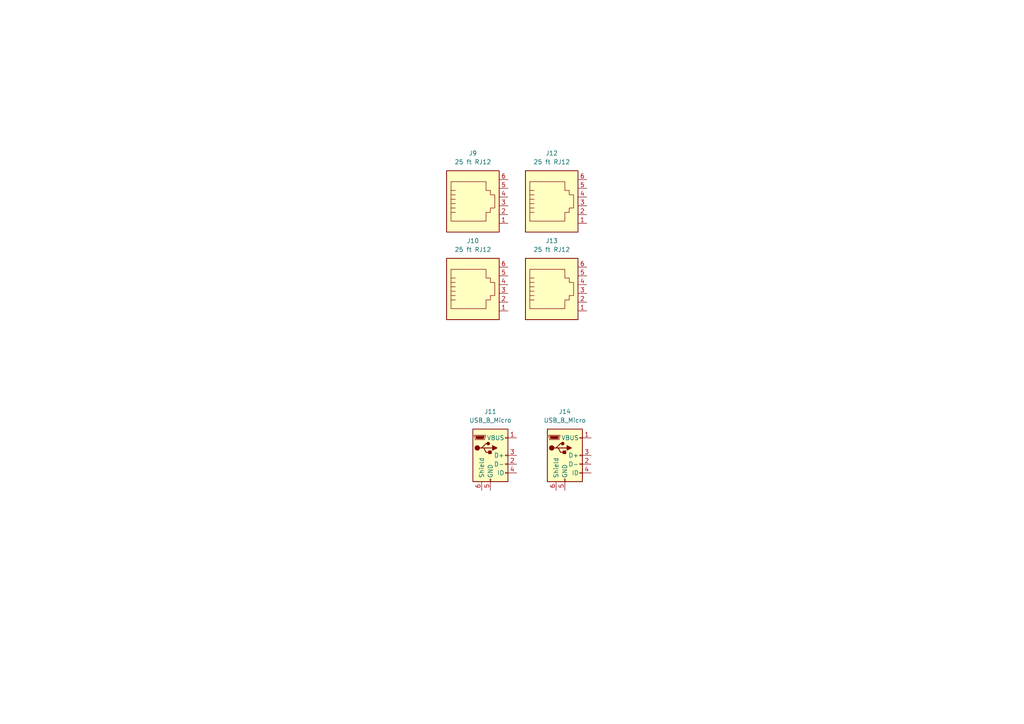
<source format=kicad_sch>
(kicad_sch (version 20231120) (generator "eeschema") (generator_version "8.0")
  (paper "A4")
  (lib_symbols
    (symbol "Connector:RJ12" (pin_names (offset 1.016))
      (property "Reference" "J" (at -5.08 11.43 0))
      (property "Value" "RJ12" (at 2.54 11.43 0))
      (symbol "RJ12_0_1"
        (polyline (pts (xy -6.35 -1.905) (xy -5.08 -1.905) (xy -5.08 -1.905)))
        (polyline (pts (xy -6.35 -0.635) (xy -5.08 -0.635) (xy -5.08 -0.635)))
        (polyline (pts (xy -6.35 0.635) (xy -5.08 0.635) (xy -5.08 0.635)))
        (polyline (pts (xy -6.35 1.905) (xy -5.08 1.905) (xy -5.08 1.905)))
        (polyline (pts (xy -6.35 3.175) (xy -5.08 3.175) (xy -5.08 3.175)))
        (polyline (pts (xy -5.08 4.445) (xy -6.35 4.445) (xy -6.35 4.445)))
        (polyline (pts (xy -6.35 -4.445) (xy -6.35 6.985) (xy 3.81 6.985) (xy 3.81 4.445) (xy 5.08 4.445) (xy 5.08 3.175) (xy 6.35 3.175) (xy 6.35 -0.635) (xy 5.08 -0.635) (xy 5.08 -1.905) (xy 3.81 -1.905) (xy 3.81 -4.445) (xy -6.35 -4.445) (xy -6.35 -4.445)))
        (rectangle (start 7.62 10.16) (end -7.62 -7.62) (stroke (width 0.254)) (fill (type background)))
      )
      (symbol "RJ12_1_1"
        (pin passive line (at 10.16 -5.08 180) (length 2.54) (name "~") (number "1"))
        (pin passive line (at 10.16 -2.54 180) (length 2.54) (name "~") (number "2"))
        (pin passive line (at 10.16 0 180) (length 2.54) (name "~") (number "3"))
        (pin passive line (at 10.16 2.54 180) (length 2.54) (name "~") (number "4"))
        (pin passive line (at 10.16 5.08 180) (length 2.54) (name "~") (number "5"))
        (pin passive line (at 10.16 7.62 180) (length 2.54) (name "~") (number "6"))
      )
    )
    (symbol "Connector:USB_B_Micro" (pin_names (offset 1.016))
      (property "Reference" "J" (at -5.08 11.43 0))
      (property "Value" "USB_B_Micro" (at -5.08 8.89 0))
      (symbol "USB_B_Micro_0_1"
        (rectangle (start -5.08 -7.62) (end 5.08 7.62) (stroke (width 0.254)) (fill (type background)))
        (circle (center -3.81 2.159) (radius 0.635) (stroke (width 0.254)) (fill (type outline)))
        (circle (center -0.635 3.429) (radius 0.381) (stroke (width 0.254)) (fill (type outline)))
        (rectangle (start -0.127 -7.62) (end 0.127 -6.858))
        (polyline (pts (xy -1.905 2.159) (xy 0.635 2.159)) (stroke (width 0.254)))
        (polyline (pts (xy -3.175 2.159) (xy -2.54 2.159) (xy -1.27 3.429) (xy -0.635 3.429)) (stroke (width 0.254)))
        (polyline (pts (xy -2.54 2.159) (xy -1.905 2.159) (xy -1.27 0.889) (xy 0 0.889)) (stroke (width 0.254)))
        (polyline (pts (xy 0.635 2.794) (xy 0.635 1.524) (xy 1.905 2.159) (xy 0.635 2.794)) (stroke (width 0.254)) (fill (type outline)))
        (polyline (pts (xy -4.318 5.588) (xy -1.778 5.588) (xy -2.032 4.826) (xy -4.064 4.826) (xy -4.318 5.588)) (fill (type outline)))
        (polyline (pts (xy -4.699 5.842) (xy -4.699 5.588) (xy -4.445 4.826) (xy -4.445 4.572) (xy -1.651 4.572) (xy -1.651 4.826) (xy -1.397 5.588) (xy -1.397 5.842) (xy -4.699 5.842)))
        (rectangle (start 0.254 1.27) (end -0.508 0.508) (stroke (width 0.254)) (fill (type outline)))
        (rectangle (start 5.08 -5.207) (end 4.318 -4.953))
        (rectangle (start 5.08 -2.667) (end 4.318 -2.413))
        (rectangle (start 5.08 -0.127) (end 4.318 0.127))
        (rectangle (start 5.08 4.953) (end 4.318 5.207))
      )
      (symbol "USB_B_Micro_1_1"
        (pin power_out line (at 7.62 5.08 180) (length 2.54) (name "VBUS") (number "1"))
        (pin bidirectional line (at 7.62 -2.54 180) (length 2.54) (name "D-") (number "2"))
        (pin bidirectional line (at 7.62 0 180) (length 2.54) (name "D+") (number "3"))
        (pin passive line (at 7.62 -5.08 180) (length 2.54) (name "ID") (number "4"))
        (pin power_out line (at 0 -10.16 90) (length 2.54) (name "GND") (number "5"))
        (pin passive line (at -2.54 -10.16 90) (length 2.54) (name "Shield") (number "6"))
      )
    )
  )
  (symbol (lib_id "Connector:RJ12") (at 137.16 59.69 0) (unit 1)
    (property "Reference" "J9" (at 137.16 44.45 0))
    (property "Value" "25 ft RJ12" (at 137.16 46.99 0))
    (property "Description" "RJ connector, 6P6C (6 positions 6 connected)" (effects (hide yes)))
    (property "Manufacturer_Part_Number" "BC-66SS025F" (effects (hide yes)))
    (property "DNP" "DNP" (effects (hide yes)))
  )
  (symbol (lib_id "Connector:USB_B_Micro") (at 163.83 132.08 0) (unit 1)
    (property "Reference" "J14" (at 163.83 119.38 0))
    (property "Value" "USB_B_Micro" (at 163.83 121.92 0))
    (property "Description" "USB Charger" (effects (hide yes)))
    (property "Manufacturer_Part_Number" "PSAA05A-050QL6-R" (effects (hide yes)))
  )
  (symbol (lib_id "Connector:RJ12") (at 160.02 59.69 0) (unit 1)
    (property "Reference" "J12" (at 160.02 44.45 0))
    (property "Value" "25 ft RJ12" (at 160.02 46.99 0))
    (property "Description" "RJ connector, 6P6C (6 positions 6 connected)" (effects (hide yes)))
    (property "Manufacturer_Part_Number" "BC-66SS025F" (effects (hide yes)))
    (property "DNP" "DNP" (effects (hide yes)))
  )
  (symbol (lib_id "Connector:RJ12") (at 160.02 85.09 0) (unit 1)
    (property "Reference" "J13" (at 160.02 69.85 0))
    (property "Value" "25 ft RJ12" (at 160.02 72.39 0))
    (property "Description" "RJ connector, 6P6C (6 positions 6 connected)" (effects (hide yes)))
    (property "Manufacturer_Part_Number" "BC-66SS025F" (effects (hide yes)))
    (property "DNP" "DNP" (effects (hide yes)))
  )
  (symbol (lib_id "Connector:USB_B_Micro") (at 142.24 132.08 0) (unit 1)
    (property "Reference" "J11" (at 142.24 119.38 0))
    (property "Value" "USB_B_Micro" (at 142.24 121.92 0))
    (property "Description" "USB Micro Cable" (effects (hide yes)))
    (property "Manufacturer_Part_Number" "UR050-010" (effects (hide yes)))
  )
  (symbol (lib_id "Connector:RJ12") (at 137.16 85.09 0) (unit 1)
    (property "Reference" "J10" (at 137.16 69.85 0))
    (property "Value" "25 ft RJ12" (at 137.16 72.39 0))
    (property "Description" "RJ connector, 6P6C (6 positions 6 connected)" (effects (hide yes)))
    (property "Manufacturer_Part_Number" "BC-66SS025F" (effects (hide yes)))
    (property "DNP" "DNP" (effects (hide yes)))
  )
)
</source>
